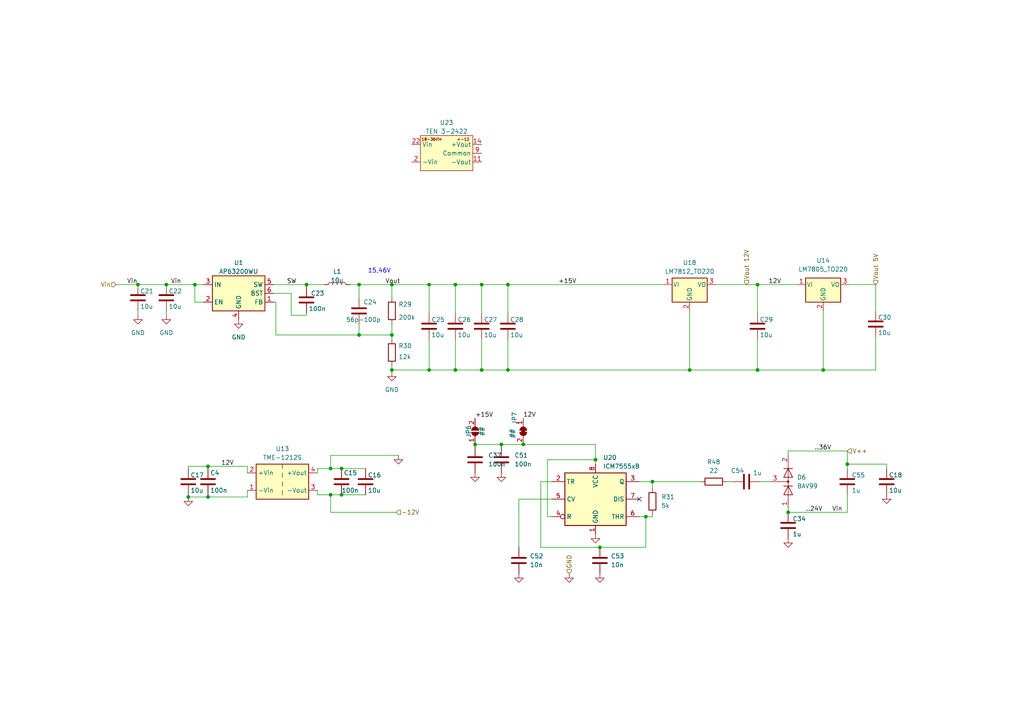
<source format=kicad_sch>
(kicad_sch (version 20231120) (generator "eeschema") (generator_version "8.0")
  (paper "A4")
  (lib_symbols
    (symbol "Converter_DCDC:TME-1212S"
      (property "Reference" "U" (at -6.35 6.35 0))
      (property "Value" "TME-1212S" (at 2.54 6.35 0))
      (symbol "TME-1212S_0_0"
        (pin power_in line (at -10.16 -2.54 0) (length 2.54) (name "-Vin") (number "1"))
        (pin power_in line (at -10.16 2.54 0) (length 2.54) (name "+Vin") (number "2"))
        (pin power_out line (at 10.16 -2.54 180) (length 2.54) (name "-Vout") (number "3"))
        (pin power_out line (at 10.16 2.54 180) (length 2.54) (name "+Vout") (number "4"))
      )
      (symbol "TME-1212S_0_1"
        (rectangle (start -7.62 5.08) (end 7.62 -5.08) (stroke (width 0.254)) (fill (type background)))
        (polyline (pts (xy 0 -2.54) (xy 0 -3.81)))
        (polyline (pts (xy 0 0) (xy 0 -1.27)))
        (polyline (pts (xy 0 2.54) (xy 0 1.27)))
        (polyline (pts (xy 0 5.08) (xy 0 3.81)))
      )
    )
    (symbol "Device:C" (pin_numbers hide) (pin_names (offset 0.254))
      (property "Reference" "C" (at 0.635 2.54 0))
      (property "Value" "C" (at 0.635 -2.54 0))
      (symbol "C_0_1"
        (polyline (pts (xy -2.032 -0.762) (xy 2.032 -0.762)) (stroke (width 0.508)))
        (polyline (pts (xy -2.032 0.762) (xy 2.032 0.762)) (stroke (width 0.508)))
      )
      (symbol "C_1_1"
        (pin passive line (at 0 3.81 270) (length 2.794) (name "~") (number "1"))
        (pin passive line (at 0 -3.81 90) (length 2.794) (name "~") (number "2"))
      )
    )
    (symbol "Device:L" (pin_numbers hide) (pin_names (offset 1.016) hide)
      (property "Reference" "L" (at -1.27 0 90))
      (property "Value" "L" (at 1.905 0 90))
      (symbol "L_0_1"
        (arc (start 0 -2.54) (mid 0.6323 -1.905) (end 0 -1.27))
        (arc (start 0 -1.27) (mid 0.6323 -0.635) (end 0 0))
        (arc (start 0 0) (mid 0.6323 0.635) (end 0 1.27))
        (arc (start 0 1.27) (mid 0.6323 1.905) (end 0 2.54))
      )
      (symbol "L_1_1"
        (pin passive line (at 0 3.81 270) (length 1.27) (name "1") (number "1"))
        (pin passive line (at 0 -3.81 90) (length 1.27) (name "2") (number "2"))
      )
    )
    (symbol "Device:R" (pin_numbers hide) (pin_names (offset 0))
      (property "Reference" "R" (at 2.032 0 90))
      (property "Value" "R" (at 0 0 90))
      (symbol "R_0_1"
        (rectangle (start -1.016 -2.54) (end 1.016 2.54) (stroke (width 0.254)))
      )
      (symbol "R_1_1"
        (pin passive line (at 0 3.81 270) (length 1.27) (name "~") (number "1"))
        (pin passive line (at 0 -3.81 90) (length 1.27) (name "~") (number "2"))
      )
    )
    (symbol "Diode:BAV99" (pin_names hide)
      (property "Reference" "D" (at 0 5.08 0))
      (property "Value" "BAV99" (at 0 2.54 0))
      (symbol "BAV99_0_1"
        (polyline (pts (xy -5.08 0) (xy 5.08 0)))
      )
      (symbol "BAV99_1_1"
        (polyline (pts (xy 0 0) (xy 0 -2.54)))
        (polyline (pts (xy -1.27 -1.27) (xy -1.27 1.27) (xy -1.27 1.27)) (stroke (width 0.2032)))
        (polyline (pts (xy 3.81 1.27) (xy 3.81 -1.27) (xy 3.81 -1.27)) (stroke (width 0.2032)))
        (polyline (pts (xy -3.81 1.27) (xy -1.27 0) (xy -3.81 -1.27) (xy -3.81 1.27) (xy -3.81 1.27) (xy -3.81 1.27)) (stroke (width 0.2032)))
        (polyline (pts (xy 1.27 1.27) (xy 3.81 0) (xy 1.27 -1.27) (xy 1.27 1.27) (xy 1.27 1.27) (xy 1.27 1.27)) (stroke (width 0.2032)))
        (circle (center 0 0) (radius 0.254) (fill (type outline)))
        (pin passive line (at -7.62 0 0) (length 2.54) (name "K") (number "1"))
        (pin passive line (at 7.62 0 180) (length 2.54) (name "A") (number "2"))
        (pin passive line (at 0 -5.08 90) (length 2.54) (name "K") (number "3"))
      )
    )
    (symbol "Jumper:SolderJumper_2_Bridged" (pin_names (offset 0) hide)
      (property "Reference" "JP" (at 0 2.032 0))
      (property "Value" "SolderJumper_2_Bridged" (at 0 -2.54 0))
      (symbol "SolderJumper_2_Bridged_0_1"
        (rectangle (start -0.508 0.508) (end 0.508 -0.508) (fill (type outline)))
        (arc (start -0.254 1.016) (mid -1.2656 0) (end -0.254 -1.016))
        (arc (start -0.254 1.016) (mid -1.2656 0) (end -0.254 -1.016) (fill (type outline)))
        (polyline (pts (xy -0.254 1.016) (xy -0.254 -1.016)))
        (polyline (pts (xy 0.254 1.016) (xy 0.254 -1.016)))
        (arc (start 0.254 -1.016) (mid 1.2656 0) (end 0.254 1.016))
        (arc (start 0.254 -1.016) (mid 1.2656 0) (end 0.254 1.016) (fill (type outline)))
      )
      (symbol "SolderJumper_2_Bridged_1_1"
        (pin passive line (at -3.81 0 0) (length 2.54) (name "A") (number "1"))
        (pin passive line (at 3.81 0 180) (length 2.54) (name "B") (number "2"))
      )
    )
    (symbol "Jumper:SolderJumper_2_Open" (pin_names (offset 0) hide)
      (property "Reference" "JP" (at 0 2.032 0))
      (property "Value" "SolderJumper_2_Open" (at 0 -2.54 0))
      (symbol "SolderJumper_2_Open_0_1"
        (arc (start -0.254 1.016) (mid -1.2656 0) (end -0.254 -1.016))
        (arc (start -0.254 1.016) (mid -1.2656 0) (end -0.254 -1.016) (fill (type outline)))
        (polyline (pts (xy -0.254 1.016) (xy -0.254 -1.016)))
        (polyline (pts (xy 0.254 1.016) (xy 0.254 -1.016)))
        (arc (start 0.254 -1.016) (mid 1.2656 0) (end 0.254 1.016))
        (arc (start 0.254 -1.016) (mid 1.2656 0) (end 0.254 1.016) (fill (type outline)))
      )
      (symbol "SolderJumper_2_Open_1_1"
        (pin passive line (at -3.81 0 0) (length 2.54) (name "A") (number "1"))
        (pin passive line (at 3.81 0 180) (length 2.54) (name "B") (number "2"))
      )
    )
    (symbol "Regulator_Linear:LM7805_TO220" (pin_names (offset 0.254))
      (property "Reference" "U" (at -3.81 3.175 0))
      (property "Value" "LM7805_TO220" (at 0 3.175 0))
      (symbol "LM7805_TO220_0_1"
        (rectangle (start -5.08 1.905) (end 5.08 -5.08) (stroke (width 0.254)) (fill (type background)))
      )
      (symbol "LM7805_TO220_1_1"
        (pin power_in line (at -7.62 0 0) (length 2.54) (name "VI") (number "1"))
        (pin power_in line (at 0 -7.62 90) (length 2.54) (name "GND") (number "2"))
        (pin power_out line (at 7.62 0 180) (length 2.54) (name "VO") (number "3"))
      )
    )
    (symbol "Regulator_Linear:LM7812_TO220" (pin_names (offset 0.254))
      (property "Reference" "U" (at -3.81 3.175 0))
      (property "Value" "LM7812_TO220" (at 0 3.175 0))
      (symbol "LM7812_TO220_0_1"
        (rectangle (start -5.08 1.905) (end 5.08 -5.08) (stroke (width 0.254)) (fill (type background)))
      )
      (symbol "LM7812_TO220_1_1"
        (pin power_in line (at -7.62 0 0) (length 2.54) (name "VI") (number "1"))
        (pin power_in line (at 0 -7.62 90) (length 2.54) (name "GND") (number "2"))
        (pin power_out line (at 7.62 0 180) (length 2.54) (name "VO") (number "3"))
      )
    )
    (symbol "Regulator_Switching:AP63200WU"
      (property "Reference" "U" (at -7.62 6.35 0))
      (property "Value" "AP63200WU" (at 2.54 6.35 0))
      (symbol "AP63200WU_0_1"
        (rectangle (start -7.62 5.08) (end 7.62 -5.08) (stroke (width 0.254)) (fill (type background)))
      )
      (symbol "AP63200WU_1_1"
        (pin input line (at 10.16 -2.54 180) (length 2.54) (name "FB") (number "1"))
        (pin input line (at -10.16 -2.54 0) (length 2.54) (name "EN") (number "2"))
        (pin power_in line (at -10.16 2.54 0) (length 2.54) (name "IN") (number "3"))
        (pin power_in line (at 0 -7.62 90) (length 2.54) (name "GND") (number "4"))
        (pin output line (at 10.16 2.54 180) (length 2.54) (name "SW") (number "5"))
        (pin passive line (at 10.16 0 180) (length 2.54) (name "BST") (number "6"))
      )
    )
    (symbol "SymbolLibary:TEN_3-2422"
      (property "Reference" "U" (at -6.858 6.35 0))
      (symbol "TEN_3-2422_1_1"
        (rectangle (start -7.62 5.08) (end 7.62 -5.08) (fill (type background)))
        (text "+-12" (at 4.826 4.064 0) (effects (font (size 0.8 0.8))))
        (text "18-36Vin" (at -4.318 4.064 0) (effects (font (size 0.8 0.8))))
        (pin power_out line (at 10.16 -2.54 180) (length 2.54) (name "-Vout") (number "11"))
        (pin power_out line (at 10.16 2.54 180) (length 2.54) (name "+Vout") (number "14"))
        (pin power_out line (at 10.16 0 180) (length 2.54) hide (name "Common") (number "16"))
        (pin power_in line (at -10.16 -2.54 0) (length 2.54) (name "-Vin") (number "2"))
        (pin power_in line (at -10.16 2.54 0) (length 2.54) (name "Vin") (number "22"))
        (pin power_in line (at -10.16 2.54 0) (length 2.54) hide (name "Vin") (number "23"))
        (pin power_in line (at -10.16 -2.54 0) (length 2.54) hide (name "-Vin") (number "3"))
        (pin power_out line (at 10.16 0 180) (length 2.54) (name "Common") (number "9"))
      )
    )
    (symbol "Timer:ICM7555xB"
      (property "Reference" "U" (at -10.16 8.89 0))
      (property "Value" "ICM7555xB" (at 2.54 8.89 0))
      (symbol "ICM7555xB_0_0"
        (pin power_in line (at 0 -10.16 90) (length 2.54) (name "GND") (number "1"))
        (pin power_in line (at 0 10.16 270) (length 2.54) (name "VCC") (number "8"))
      )
      (symbol "ICM7555xB_0_1"
        (rectangle (start -8.89 -7.62) (end 8.89 7.62) (stroke (width 0.254)) (fill (type background)))
        (rectangle (start -8.89 -7.62) (end 8.89 7.62) (stroke (width 0.254)) (fill (type background)))
      )
      (symbol "ICM7555xB_1_1"
        (pin input line (at -12.7 5.08 0) (length 3.81) (name "TR") (number "2"))
        (pin output line (at 12.7 5.08 180) (length 3.81) (name "Q") (number "3"))
        (pin input inverted (at -12.7 -5.08 0) (length 3.81) (name "R") (number "4"))
        (pin input line (at -12.7 0 0) (length 3.81) (name "CV") (number "5"))
        (pin input line (at 12.7 -5.08 180) (length 3.81) (name "THR") (number "6"))
        (pin input line (at 12.7 0 180) (length 3.81) (name "DIS") (number "7"))
      )
    )
    (symbol "power:GND" (power) (pin_names (offset 0))
      (property "Value" "GND" (at 0 -3.81 0))
      (symbol "GND_0_1"
        (polyline (pts (xy 0 0) (xy 0 -1.27) (xy 1.27 -1.27) (xy 0 -2.54) (xy -1.27 -1.27) (xy 0 -1.27)))
      )
      (symbol "GND_1_1"
        (pin power_in line (at 0 0 270) (length 0) hide (name "GND") (number "1"))
      )
    )
  )
  (junction (at 99.06 135.89))
  (junction (at 245.745 134.62))
  (junction (at 151.765 128.905))
  (junction (at 228.6 148.59))
  (junction (at 219.71 107.315))
  (junction (at 187.325 149.86))
  (junction (at 147.32 82.55))
  (junction (at 95.885 135.89))
  (junction (at 124.46 107.315))
  (junction (at 113.665 107.315))
  (junction (at 219.71 82.55))
  (junction (at 137.795 128.905))
  (junction (at 132.08 82.55))
  (junction (at 40.005 82.55))
  (junction (at 99.06 143.51))
  (junction (at 104.14 82.55))
  (junction (at 124.46 82.55))
  (junction (at 132.08 107.315))
  (junction (at 113.665 97.155))
  (junction (at 95.885 143.51))
  (junction (at 48.26 82.55))
  (junction (at 200.025 107.315))
  (junction (at 113.665 82.55))
  (junction (at 56.515 82.55))
  (junction (at 139.7 82.55))
  (junction (at 88.9 82.55))
  (junction (at 60.325 135.255))
  (junction (at 104.14 97.155))
  (junction (at 147.32 107.315))
  (junction (at 60.325 144.145))
  (junction (at 145.415 128.905))
  (junction (at 173.99 158.75))
  (junction (at 172.72 133.35))
  (junction (at 189.23 139.7))
  (junction (at 238.76 107.315))
  (junction (at 54.61 144.145))
  (junction (at 139.7 107.315))
  (no_connect (at 185.42 144.78))
  (wire (pts (xy 257.175 134.62) (xy 245.745 134.62)))
  (wire (pts (xy 219.71 98.425) (xy 219.71 107.315)))
  (wire (pts (xy 113.665 93.98) (xy 113.665 97.155)))
  (wire (pts (xy 95.885 143.51) (xy 99.06 143.51)))
  (wire (pts (xy 104.14 82.55) (xy 104.14 86.36)))
  (wire (pts (xy 113.665 107.315) (xy 113.665 106.045)))
  (wire (pts (xy 219.71 82.55) (xy 231.14 82.55)))
  (wire (pts (xy 254 97.79) (xy 254 107.315)))
  (wire (pts (xy 92.075 137.16) (xy 92.075 135.89)))
  (wire (pts (xy 48.26 90.17) (xy 48.26 91.44)))
  (wire (pts (xy 54.61 144.145) (xy 60.325 144.145)))
  (wire (pts (xy 124.46 82.55) (xy 132.08 82.55)))
  (wire (pts (xy 172.72 133.35) (xy 172.72 134.62)))
  (wire (pts (xy 113.665 107.315) (xy 124.46 107.315)))
  (wire (pts (xy 147.32 90.805) (xy 147.32 82.55)))
  (wire (pts (xy 99.06 135.89) (xy 106.045 135.89)))
  (wire (pts (xy 92.075 143.51) (xy 95.885 143.51)))
  (wire (pts (xy 238.76 90.17) (xy 238.76 107.315)))
  (wire (pts (xy 54.61 135.89) (xy 54.61 135.255)))
  (wire (pts (xy 228.6 130.81) (xy 245.745 130.81)))
  (wire (pts (xy 101.6 82.55) (xy 104.14 82.55)))
  (wire (pts (xy 92.075 135.89) (xy 95.885 135.89)))
  (wire (pts (xy 124.46 107.315) (xy 132.08 107.315)))
  (wire (pts (xy 139.7 82.55) (xy 147.32 82.55)))
  (wire (pts (xy 84.455 85.09) (xy 79.375 85.09)))
  (wire (pts (xy 172.72 128.905) (xy 172.72 133.35)))
  (wire (pts (xy 54.61 143.51) (xy 54.61 144.145)))
  (wire (pts (xy 150.495 158.75) (xy 150.495 144.78)))
  (wire (pts (xy 187.325 149.86) (xy 189.23 149.86)))
  (wire (pts (xy 113.665 107.95) (xy 113.665 107.315)))
  (wire (pts (xy 95.885 132.08) (xy 95.885 135.89)))
  (wire (pts (xy 228.6 132.08) (xy 228.6 130.81)))
  (wire (pts (xy 104.14 97.155) (xy 113.665 97.155)))
  (wire (pts (xy 80.01 97.155) (xy 104.14 97.155)))
  (wire (pts (xy 158.75 133.35) (xy 172.72 133.35)))
  (wire (pts (xy 139.7 90.805) (xy 139.7 82.55)))
  (wire (pts (xy 156.845 139.7) (xy 156.845 158.75)))
  (wire (pts (xy 56.515 82.55) (xy 59.055 82.55)))
  (wire (pts (xy 54.61 135.255) (xy 60.325 135.255)))
  (wire (pts (xy 113.665 82.55) (xy 113.665 86.36)))
  (wire (pts (xy 60.325 144.145) (xy 60.325 143.51)))
  (wire (pts (xy 245.745 130.81) (xy 245.745 134.62)))
  (wire (pts (xy 139.7 98.425) (xy 139.7 107.315)))
  (wire (pts (xy 189.23 149.225) (xy 189.23 149.86)))
  (wire (pts (xy 71.755 144.145) (xy 60.325 144.145)))
  (wire (pts (xy 33.655 82.55) (xy 40.005 82.55)))
  (wire (pts (xy 158.75 149.86) (xy 158.75 133.35)))
  (wire (pts (xy 219.71 107.315) (xy 200.025 107.315)))
  (wire (pts (xy 115.57 132.08) (xy 95.885 132.08)))
  (wire (pts (xy 147.32 82.55) (xy 192.405 82.55)))
  (wire (pts (xy 245.745 148.59) (xy 245.745 143.51)))
  (wire (pts (xy 160.02 139.7) (xy 156.845 139.7)))
  (wire (pts (xy 40.005 91.44) (xy 40.005 90.17)))
  (wire (pts (xy 124.46 98.425) (xy 124.46 107.315)))
  (wire (pts (xy 187.325 149.86) (xy 185.42 149.86)))
  (wire (pts (xy 254 82.55) (xy 246.38 82.55)))
  (wire (pts (xy 99.06 143.51) (xy 106.045 143.51)))
  (wire (pts (xy 238.76 107.315) (xy 219.71 107.315)))
  (wire (pts (xy 228.6 148.59) (xy 245.745 148.59)))
  (wire (pts (xy 88.9 82.55) (xy 88.9 83.185)))
  (wire (pts (xy 245.745 134.62) (xy 245.745 135.89)))
  (wire (pts (xy 150.495 144.78) (xy 160.02 144.78)))
  (wire (pts (xy 56.515 82.55) (xy 56.515 87.63)))
  (wire (pts (xy 80.01 87.63) (xy 80.01 97.155)))
  (wire (pts (xy 137.795 129.54) (xy 137.795 128.905)))
  (wire (pts (xy 60.325 135.255) (xy 60.325 135.89)))
  (wire (pts (xy 84.455 91.44) (xy 88.9 91.44)))
  (wire (pts (xy 189.23 139.7) (xy 189.23 141.605)))
  (wire (pts (xy 79.375 87.63) (xy 80.01 87.63)))
  (wire (pts (xy 147.32 107.315) (xy 200.025 107.315)))
  (wire (pts (xy 151.765 128.905) (xy 172.72 128.905)))
  (wire (pts (xy 71.755 142.24) (xy 71.755 144.145)))
  (wire (pts (xy 173.99 158.75) (xy 187.325 158.75)))
  (wire (pts (xy 189.23 139.7) (xy 203.2 139.7)))
  (wire (pts (xy 257.175 135.89) (xy 257.175 134.62)))
  (wire (pts (xy 95.885 135.89) (xy 99.06 135.89)))
  (wire (pts (xy 132.08 98.425) (xy 132.08 107.315)))
  (wire (pts (xy 71.755 135.255) (xy 60.325 135.255)))
  (wire (pts (xy 147.32 107.315) (xy 139.7 107.315)))
  (wire (pts (xy 187.325 158.75) (xy 187.325 149.86)))
  (wire (pts (xy 207.645 82.55) (xy 219.71 82.55)))
  (wire (pts (xy 220.345 139.7) (xy 223.52 139.7)))
  (wire (pts (xy 200.025 90.17) (xy 200.025 107.315)))
  (wire (pts (xy 210.82 139.7) (xy 212.725 139.7)))
  (wire (pts (xy 92.075 142.24) (xy 92.075 143.51)))
  (wire (pts (xy 254 107.315) (xy 238.76 107.315)))
  (wire (pts (xy 113.665 97.155) (xy 113.665 98.425)))
  (wire (pts (xy 88.9 91.44) (xy 88.9 90.805)))
  (wire (pts (xy 254 90.17) (xy 254 82.55)))
  (wire (pts (xy 113.665 82.55) (xy 104.14 82.55)))
  (wire (pts (xy 145.415 128.905) (xy 151.765 128.905)))
  (wire (pts (xy 228.6 147.32) (xy 228.6 148.59)))
  (wire (pts (xy 59.055 87.63) (xy 56.515 87.63)))
  (wire (pts (xy 104.14 93.98) (xy 104.14 97.155)))
  (wire (pts (xy 160.02 149.86) (xy 158.75 149.86)))
  (wire (pts (xy 40.005 82.55) (xy 48.26 82.55)))
  (wire (pts (xy 84.455 91.44) (xy 84.455 85.09)))
  (wire (pts (xy 137.795 128.905) (xy 145.415 128.905)))
  (wire (pts (xy 71.755 137.16) (xy 71.755 135.255)))
  (wire (pts (xy 114.935 148.59) (xy 95.885 148.59)))
  (wire (pts (xy 132.08 107.315) (xy 139.7 107.315)))
  (wire (pts (xy 156.845 158.75) (xy 173.99 158.75)))
  (wire (pts (xy 147.32 98.425) (xy 147.32 107.315)))
  (wire (pts (xy 113.665 82.55) (xy 124.46 82.55)))
  (wire (pts (xy 145.415 129.54) (xy 145.415 128.905)))
  (wire (pts (xy 132.08 82.55) (xy 132.08 90.805)))
  (wire (pts (xy 132.08 82.55) (xy 139.7 82.55)))
  (wire (pts (xy 185.42 139.7) (xy 189.23 139.7)))
  (wire (pts (xy 219.71 82.55) (xy 219.71 90.805)))
  (wire (pts (xy 95.885 148.59) (xy 95.885 143.51)))
  (wire (pts (xy 124.46 82.55) (xy 124.46 90.805)))
  (wire (pts (xy 88.9 82.55) (xy 93.98 82.55)))
  (wire (pts (xy 79.375 82.55) (xy 88.9 82.55)))
  (wire (pts (xy 48.26 82.55) (xy 56.515 82.55)))
  (text "15,46V" (at 106.68 79.375 0) (effects (font (size 1.27 1.27)) (justify left bottom)))
  (label "..36V" (at 236.22 130.81 0))
  (label "Vout" (at 111.76 82.55 0))
  (label "Vin" (at 36.83 82.55 0))
  (label "12V" (at 151.765 121.285 0))
  (label "12V" (at 64.135 135.255 0))
  (label "Vin" (at 241.3 148.59 0))
  (label "..24V" (at 233.68 148.59 0))
  (label "Vin" (at 49.53 82.55 0))
  (label "+15V" (at 161.925 82.55 0))
  (label "+15V" (at 137.795 121.285 0))
  (label "12V" (at 222.885 82.55 0))
  (label "SW" (at 83.185 82.55 0))
  (hierarchical_label "Vin" (shape input) (at 33.655 82.55 180))
  (hierarchical_label "Vout 5V" (shape input) (at 254 82.55 90))
  (hierarchical_label "Vout 12V" (shape input) (at 216.535 82.55 90))
  (hierarchical_label "-12V" (shape input) (at 114.935 148.59 0))
  (hierarchical_label "GND" (shape input) (at 165.1 166.37 90))
  (hierarchical_label "V++" (shape input) (at 245.745 130.81 0))
  (symbol (lib_id "Device:C") (at 99.06 139.7 0) (unit 1)
    (property "Reference" "C15" (at 99.695 137.16 0) (effects (justify left)))
    (property "Value" "100n" (at 99.06 142.24 0) (effects (justify left)))
    (property "Footprint" "Capacitor_SMD:C_0603_1608Metric" (effects (hide yes)))
    (property "Description" "Unpolarized capacitor" (effects (hide yes)))
  )
  (symbol (lib_id "power:GND") (at 69.215 92.71 0) (unit 1)
    (property "Reference" "#PWR050" (effects (hide yes)))
    (property "Value" "GND" (at 69.215 97.79 0))
  )
  (symbol (lib_id "Device:C") (at 145.415 133.35 0) (unit 1)
    (property "Reference" "C51" (at 149.225 132.0799 0) (effects (justify left)))
    (property "Value" "100n" (at 149.225 134.6199 0) (effects (justify left)))
    (property "Footprint" "Capacitor_SMD:C_0603_1608Metric" (effects (hide yes)))
    (property "Description" "Unpolarized capacitor" (effects (hide yes)))
  )
  (symbol (lib_id "SymbolLibary:TEN_3-2422") (at 129.54 44.45 0) (unit 1)
    (property "Reference" "U23" (at 129.54 35.56 0))
    (property "Value" "TEN 3-2422" (at 129.54 38.1 0))
    (property "Footprint" "Library:Traco TEN 3-2422" (effects (hide yes)))
  )
  (symbol (lib_id "Jumper:SolderJumper_2_Bridged") (at 151.765 125.095 270) (unit 1)
    (property "Reference" "JP7" (at 149.225 121.285 0))
    (property "Value" "##" (at 148.59 125.73 0))
    (property "Footprint" "Jumper:SolderJumper-2_P1.3mm_Bridged2Bar_RoundedPad1.0x1.5mm" (effects (hide yes)))
    (property "Description" "Solder Jumper, 2-pole, closed/bridged" (effects (hide yes)))
  )
  (symbol (lib_id "Device:C") (at 48.26 86.36 0) (unit 1)
    (property "Reference" "C22" (at 48.895 84.455 0) (effects (justify left)))
    (property "Value" "10u" (at 48.895 88.9 0) (effects (justify left)))
    (property "Footprint" "Capacitor_SMD:C_1206_3216Metric" (effects (hide yes)))
  )
  (symbol (lib_id "power:GND") (at 40.005 91.44 0) (unit 1)
    (property "Reference" "#PWR048" (effects (hide yes)))
    (property "Value" "GND" (at 40.005 96.52 0))
  )
  (symbol (lib_id "Jumper:SolderJumper_2_Open") (at 137.795 125.095 90) (unit 1)
    (property "Reference" "JP6" (at 135.89 125.095 0))
    (property "Value" "##" (at 139.7 125.095 0))
    (property "Footprint" "Jumper:SolderJumper-2_P1.3mm_Open_RoundedPad1.0x1.5mm" (effects (hide yes)))
    (property "Description" "Solder Jumper, 2-pole, open" (effects (hide yes)))
  )
  (symbol (lib_id "Device:R") (at 113.665 102.235 0) (unit 1)
    (property "Reference" "R30" (at 115.57 100.33 0) (effects (justify left)))
    (property "Value" "12k" (at 115.57 103.505 0) (effects (justify left)))
    (property "Footprint" "Resistor_SMD:R_0603_1608Metric" (effects (hide yes)))
  )
  (symbol (lib_id "Device:C") (at 139.7 94.615 0) (unit 1)
    (property "Reference" "C27" (at 140.335 92.71 0) (effects (justify left)))
    (property "Value" "10u" (at 140.335 97.155 0) (effects (justify left)))
    (property "Footprint" "Capacitor_SMD:C_1206_3216Metric" (effects (hide yes)))
  )
  (symbol (lib_id "power:GND") (at 115.57 132.08 0) (unit 1)
    (property "Reference" "#PWR023" (effects (hide yes)))
    (property "Value" "GND" (effects (hide yes)))
    (property "Description" "Power symbol creates a global label with name \"GND\" , ground" (effects (hide yes)))
  )
  (symbol (lib_id "Device:C") (at 257.175 139.7 0) (unit 1)
    (property "Reference" "C18" (at 257.81 137.795 0) (effects (justify left)))
    (property "Value" "10u" (at 257.81 142.24 0) (effects (justify left)))
    (property "Footprint" "Capacitor_SMD:C_1206_3216Metric" (effects (hide yes)))
  )
  (symbol (lib_id "Device:C") (at 216.535 139.7 90) (unit 1)
    (property "Reference" "C54" (at 215.9 136.525 90) (effects (justify left)))
    (property "Value" "1u" (at 220.98 137.16 90) (effects (justify left)))
    (property "Footprint" "Capacitor_SMD:C_1206_3216Metric" (effects (hide yes)))
    (property "Description" "Unpolarized capacitor" (effects (hide yes)))
  )
  (symbol (lib_id "Regulator_Linear:LM7812_TO220") (at 200.025 82.55 0) (unit 1)
    (property "Reference" "U18" (at 200.025 76.2 0))
    (property "Value" "LM7812_TO220" (at 200.025 78.74 0))
    (property "Footprint" "Package_TO_SOT_THT:TO-220-3_Vertical" (effects (hide yes)))
    (property "Datasheet" "https://www.onsemi.cn/PowerSolutions/document/MC7800-D.PDF" (effects (hide yes)))
    (property "Description" "Positive 1A 35V Linear Regulator, Fixed Output 12V, TO-220" (effects (hide yes)))
  )
  (symbol (lib_id "Device:C") (at 60.325 139.7 0) (unit 1)
    (property "Reference" "C4" (at 60.96 137.16 0) (effects (justify left)))
    (property "Value" "100n" (at 60.96 142.24 0) (effects (justify left)))
    (property "Footprint" "Capacitor_SMD:C_0603_1608Metric" (effects (hide yes)))
    (property "Description" "Unpolarized capacitor" (effects (hide yes)))
  )
  (symbol (lib_id "power:GND") (at 48.26 91.44 0) (unit 1)
    (property "Reference" "#PWR049" (effects (hide yes)))
    (property "Value" "GND" (at 48.26 96.52 0))
  )
  (symbol (lib_id "power:GND") (at 54.61 144.145 0) (unit 1)
    (property "Reference" "#PWR024" (effects (hide yes)))
    (property "Value" "GND" (effects (hide yes)))
    (property "Description" "Power symbol creates a global label with name \"GND\" , ground" (effects (hide yes)))
  )
  (symbol (lib_id "Device:C") (at 132.08 94.615 0) (unit 1)
    (property "Reference" "C26" (at 132.715 92.71 0) (effects (justify left)))
    (property "Value" "10u" (at 132.715 97.155 0) (effects (justify left)))
    (property "Footprint" "Capacitor_SMD:C_1206_3216Metric" (effects (hide yes)))
  )
  (symbol (lib_id "Device:C") (at 228.6 152.4 0) (unit 1)
    (property "Reference" "C34" (at 229.87 150.495 0) (effects (justify left)))
    (property "Value" "1u" (at 229.87 154.94 0) (effects (justify left)))
    (property "Footprint" "Capacitor_SMD:C_1206_3216Metric" (effects (hide yes)))
    (property "Description" "Unpolarized capacitor" (effects (hide yes)))
  )
  (symbol (lib_id "power:GND") (at 137.795 137.16 0) (unit 1)
    (property "Reference" "#PWR0117" (effects (hide yes)))
    (property "Value" "GND" (effects (hide yes)))
    (property "Description" "Power symbol creates a global label with name \"GND\" , ground" (effects (hide yes)))
  )
  (symbol (lib_id "power:GND") (at 173.99 166.37 0) (unit 1)
    (property "Reference" "#PWR0127" (effects (hide yes)))
    (property "Value" "GND" (effects (hide yes)))
    (property "Description" "Power symbol creates a global label with name \"GND\" , ground" (effects (hide yes)))
  )
  (symbol (lib_id "Device:C") (at 124.46 94.615 0) (unit 1)
    (property "Reference" "C25" (at 125.095 92.71 0) (effects (justify left)))
    (property "Value" "10u" (at 125.095 97.155 0) (effects (justify left)))
    (property "Footprint" "Capacitor_SMD:C_1206_3216Metric" (effects (hide yes)))
  )
  (symbol (lib_id "Regulator_Switching:AP63200WU") (at 69.215 85.09 0) (unit 1)
    (property "Reference" "U1" (at 69.215 76.2 0))
    (property "Value" "AP63200WU" (at 69.215 78.74 0))
    (property "Footprint" "Package_TO_SOT_SMD:TSOT-23-6" (effects (hide yes)))
    (property "Datasheet" "https://www.diodes.com/assets/Datasheets/AP63200-AP63201-AP63203-AP63205.pdf" (effects (hide yes)))
  )
  (symbol (lib_id "Device:C") (at 106.045 139.7 0) (unit 1)
    (property "Reference" "C16" (at 106.68 137.795 0) (effects (justify left)))
    (property "Value" "10u" (at 106.68 142.24 0) (effects (justify left)))
    (property "Footprint" "Capacitor_SMD:C_1206_3216Metric" (effects (hide yes)))
  )
  (symbol (lib_id "Device:R") (at 113.665 90.17 0) (unit 1)
    (property "Reference" "R29" (at 115.57 88.265 0) (effects (justify left)))
    (property "Value" "200k" (at 115.57 92.075 0) (effects (justify left)))
    (property "Footprint" "Resistor_SMD:R_0603_1608Metric" (effects (hide yes)))
  )
  (symbol (lib_id "Device:C") (at 245.745 139.7 0) (unit 1)
    (property "Reference" "C55" (at 247.015 137.795 0) (effects (justify left)))
    (property "Value" "1u" (at 247.015 142.24 0) (effects (justify left)))
    (property "Footprint" "Capacitor_SMD:C_1206_3216Metric" (effects (hide yes)))
    (property "Description" "Unpolarized capacitor" (effects (hide yes)))
  )
  (symbol (lib_id "Device:C") (at 147.32 94.615 0) (unit 1)
    (property "Reference" "C28" (at 147.955 92.71 0) (effects (justify left)))
    (property "Value" "10u" (at 147.955 97.155 0) (effects (justify left)))
    (property "Footprint" "Capacitor_SMD:C_1206_3216Metric" (effects (hide yes)))
  )
  (symbol (lib_id "Device:C") (at 150.495 162.56 0) (unit 1)
    (property "Reference" "C52" (at 153.67 161.2899 0) (effects (justify left)))
    (property "Value" "10n" (at 153.67 163.8299 0) (effects (justify left)))
    (property "Footprint" "Capacitor_SMD:C_0603_1608Metric" (effects (hide yes)))
    (property "Description" "Unpolarized capacitor" (effects (hide yes)))
  )
  (symbol (lib_id "Device:C") (at 254 93.98 0) (unit 1)
    (property "Reference" "C30" (at 254.635 92.075 0) (effects (justify left)))
    (property "Value" "10u" (at 254.635 96.52 0) (effects (justify left)))
    (property "Footprint" "Capacitor_SMD:C_1206_3216Metric" (effects (hide yes)))
  )
  (symbol (lib_id "power:GND") (at 172.72 154.94 0) (unit 1)
    (property "Reference" "#PWR0126" (effects (hide yes)))
    (property "Value" "GND" (effects (hide yes)))
    (property "Description" "Power symbol creates a global label with name \"GND\" , ground" (effects (hide yes)))
  )
  (symbol (lib_id "Timer:ICM7555xB") (at 172.72 144.78 0) (unit 1)
    (property "Reference" "U20" (at 174.9141 132.715 0) (effects (justify left)))
    (property "Value" "ICM7555xB" (at 174.9141 135.255 0) (effects (justify left)))
    (property "Footprint" "Package_SO:SOIC-8_3.9x4.9mm_P1.27mm" (effects (hide yes)))
    (property "Datasheet" "http://www.intersil.com/content/dam/Intersil/documents/icm7/icm7555-56.pdf" (effects (hide yes)))
    (property "Description" "CMOS General Purpose Timer, 555 compatible, SOIC-8" (effects (hide yes)))
  )
  (symbol (lib_id "power:GND") (at 145.415 137.16 0) (unit 1)
    (property "Reference" "#PWR0118" (effects (hide yes)))
    (property "Value" "GND" (effects (hide yes)))
    (property "Description" "Power symbol creates a global label with name \"GND\" , ground" (effects (hide yes)))
  )
  (symbol (lib_id "power:GND") (at 113.665 107.95 0) (unit 1)
    (property "Reference" "#PWR051" (effects (hide yes)))
    (property "Value" "GND" (at 113.665 113.03 0))
  )
  (symbol (lib_id "Device:C") (at 54.61 139.7 0) (unit 1)
    (property "Reference" "C17" (at 55.245 137.795 0) (effects (justify left)))
    (property "Value" "10u" (at 55.245 142.24 0) (effects (justify left)))
    (property "Footprint" "Capacitor_SMD:C_1206_3216Metric" (effects (hide yes)))
  )
  (symbol (lib_id "Device:C") (at 137.795 133.35 0) (unit 1)
    (property "Reference" "C37" (at 141.605 132.0799 0) (effects (justify left)))
    (property "Value" "100n" (at 141.605 134.6199 0) (effects (justify left)))
    (property "Footprint" "Capacitor_SMD:C_0603_1608Metric" (effects (hide yes)))
    (property "Description" "Unpolarized capacitor" (effects (hide yes)))
  )
  (symbol (lib_id "power:GND") (at 257.175 143.51 0) (unit 1)
    (property "Reference" "#PWR0128" (effects (hide yes)))
    (property "Value" "GND" (effects (hide yes)))
    (property "Description" "Power symbol creates a global label with name \"GND\" , ground" (effects (hide yes)))
  )
  (symbol (lib_id "Device:C") (at 219.71 94.615 0) (unit 1)
    (property "Reference" "C29" (at 220.345 92.71 0) (effects (justify left)))
    (property "Value" "10u" (at 220.345 97.155 0) (effects (justify left)))
    (property "Footprint" "Capacitor_SMD:C_1206_3216Metric" (effects (hide yes)))
  )
  (symbol (lib_id "Converter_DCDC:TME-1212S") (at 81.915 139.7 0) (unit 1)
    (property "Reference" "U13" (at 81.915 130.175 0))
    (property "Value" "TME-1212S" (at 81.915 132.715 0))
    (property "Footprint" "Converter_DCDC:Converter_DCDC_TRACO_TME_03xxS_05xxS_12xxS_Single_THT" (effects (hide yes)))
    (property "Datasheet" "https://www.tracopower.com/products/tme.pdf" (effects (hide yes)))
    (property "Description" "1W DC/DC converter unregulated, 10.8-13.2V input, 12V output voltage, 84mA output, 1kVDC isolation, SIP-4" (effects (hide yes)))
  )
  (symbol (lib_id "Device:R") (at 189.23 145.415 180) (unit 1)
    (property "Reference" "R31" (at 191.77 144.1449 0) (effects (justify right)))
    (property "Value" "5k" (at 191.77 146.6849 0) (effects (justify right)))
    (property "Footprint" "Resistor_SMD:R_0603_1608Metric" (effects (hide yes)))
    (property "Description" "Resistor" (effects (hide yes)))
  )
  (symbol (lib_id "power:GND") (at 165.1 166.37 0) (unit 1)
    (property "Reference" "#PWR0125" (effects (hide yes)))
    (property "Value" "GND" (effects (hide yes)))
    (property "Description" "Power symbol creates a global label with name \"GND\" , ground" (effects (hide yes)))
  )
  (symbol (lib_id "Device:C") (at 104.14 90.17 0) (unit 1)
    (property "Reference" "C24" (at 105.41 87.63 0) (effects (justify left)))
    (property "Value" "56p-100p" (at 100.33 92.71 0) (effects (justify left)))
    (property "Footprint" "Capacitor_SMD:C_0603_1608Metric" (effects (hide yes)))
  )
  (symbol (lib_id "Device:R") (at 207.01 139.7 90) (unit 1)
    (property "Reference" "R48" (at 207.01 133.985 90))
    (property "Value" "22" (at 207.01 136.525 90))
    (property "Footprint" "Resistor_SMD:R_0603_1608Metric" (effects (hide yes)))
    (property "Description" "Resistor" (effects (hide yes)))
  )
  (symbol (lib_id "power:GND") (at 228.6 156.21 0) (unit 1)
    (property "Reference" "#PWR0133" (effects (hide yes)))
    (property "Value" "GND" (effects (hide yes)))
    (property "Description" "Power symbol creates a global label with name \"GND\" , ground" (effects (hide yes)))
  )
  (symbol (lib_id "Device:C") (at 88.9 86.995 0) (unit 1)
    (property "Reference" "C23" (at 90.17 85.09 0) (effects (justify left)))
    (property "Value" "100n" (at 89.535 89.535 0) (effects (justify left)))
    (property "Footprint" "Capacitor_SMD:C_0603_1608Metric" (effects (hide yes)))
  )
  (symbol (lib_id "Device:C") (at 173.99 162.56 0) (unit 1)
    (property "Reference" "C53" (at 177.165 161.2899 0) (effects (justify left)))
    (property "Value" "10n" (at 177.165 163.8299 0) (effects (justify left)))
    (property "Footprint" "Capacitor_SMD:C_0603_1608Metric" (effects (hide yes)))
    (property "Description" "Unpolarized capacitor" (effects (hide yes)))
  )
  (symbol (lib_id "power:GND") (at 150.495 166.37 0) (unit 1)
    (property "Reference" "#PWR0124" (effects (hide yes)))
    (property "Value" "GND" (effects (hide yes)))
    (property "Description" "Power symbol creates a global label with name \"GND\" , ground" (effects (hide yes)))
  )
  (symbol (lib_id "Device:L") (at 97.79 82.55 90) (unit 1)
    (property "Reference" "L1" (at 97.79 78.74 90))
    (property "Value" "10u" (at 97.79 81.28 90))
    (property "Footprint" "Inductor_SMD:L_Taiyo-Yuden_NR-80xx" (effects (hide yes)))
  )
  (symbol (lib_id "Diode:BAV99") (at 228.6 139.7 270) (mirror x) (unit 1)
    (property "Reference" "D6" (at 231.14 138.4299 90) (effects (justify left)))
    (property "Value" "BAV99" (at 231.14 140.9699 90) (effects (justify left)))
    (property "Footprint" "Package_TO_SOT_SMD:SOT-23-3" (effects (hide yes)))
    (property "Datasheet" "https://assets.nexperia.com/documents/data-sheet/BAV99_SER.pdf" (effects (hide yes)))
    (property "Description" "BAV99 High-speed switching diodes, SOT-23" (effects (hide yes)))
  )
  (symbol (lib_id "Device:C") (at 40.005 86.36 0) (unit 1)
    (property "Reference" "C21" (at 40.64 84.455 0) (effects (justify left)))
    (property "Value" "10u" (at 40.64 88.9 0) (effects (justify left)))
    (property "Footprint" "Capacitor_SMD:C_1206_3216Metric" (effects (hide yes)))
  )
  (symbol (lib_id "Regulator_Linear:LM7805_TO220") (at 238.76 82.55 0) (unit 1)
    (property "Reference" "U14" (at 238.76 75.565 0))
    (property "Value" "LM7805_TO220" (at 238.76 78.105 0))
    (property "Footprint" "Package_TO_SOT_THT:TO-220-3_Vertical" (effects (hide yes)))
    (property "Datasheet" "https://www.onsemi.cn/PowerSolutions/document/MC7800-D.PDF" (effects (hide yes)))
    (property "Description" "Positive 1A 35V Linear Regulator, Fixed Output 5V, TO-220" (effects (hide yes)))
  )
)
</source>
